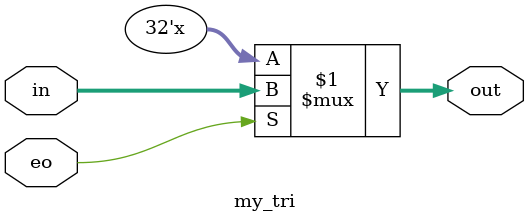
<source format=v>
module my_tri(in, eo, out);
    input [31:0] in;
    input eo;
    output [31:0] out;

    assign out = eo ? in : 32'bz;
endmodule
</source>
